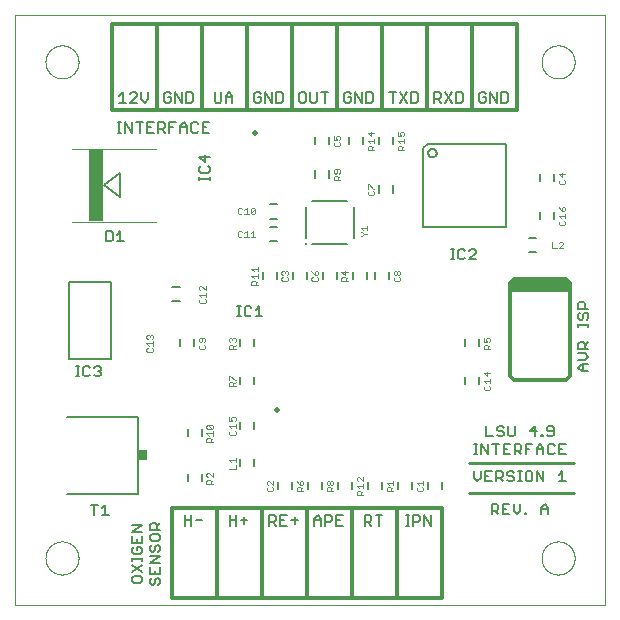
<source format=gto>
G75*
%MOIN*%
%OFA0B0*%
%FSLAX25Y25*%
%IPPOS*%
%LPD*%
%AMOC8*
5,1,8,0,0,1.08239X$1,22.5*
%
%ADD10C,0.00000*%
%ADD11C,0.00600*%
%ADD12C,0.01200*%
%ADD13C,0.01000*%
%ADD14C,0.00300*%
%ADD15C,0.00800*%
%ADD16R,0.03000X0.03400*%
%ADD17C,0.00400*%
%ADD18R,0.04921X0.24409*%
%ADD19C,0.02000*%
%ADD20C,0.00500*%
%ADD21C,0.01000*%
D10*
X0011800Y0016800D02*
X0011800Y0213650D01*
X0208650Y0213650D01*
X0208650Y0016800D01*
X0011800Y0016800D01*
X0022036Y0032548D02*
X0022038Y0032696D01*
X0022044Y0032844D01*
X0022054Y0032992D01*
X0022068Y0033139D01*
X0022086Y0033286D01*
X0022107Y0033432D01*
X0022133Y0033578D01*
X0022163Y0033723D01*
X0022196Y0033867D01*
X0022234Y0034010D01*
X0022275Y0034152D01*
X0022320Y0034293D01*
X0022368Y0034433D01*
X0022421Y0034572D01*
X0022477Y0034709D01*
X0022537Y0034844D01*
X0022600Y0034978D01*
X0022667Y0035110D01*
X0022738Y0035240D01*
X0022812Y0035368D01*
X0022889Y0035494D01*
X0022970Y0035618D01*
X0023054Y0035740D01*
X0023141Y0035859D01*
X0023232Y0035976D01*
X0023326Y0036091D01*
X0023422Y0036203D01*
X0023522Y0036313D01*
X0023624Y0036419D01*
X0023730Y0036523D01*
X0023838Y0036624D01*
X0023949Y0036722D01*
X0024062Y0036818D01*
X0024178Y0036910D01*
X0024296Y0036999D01*
X0024417Y0037084D01*
X0024540Y0037167D01*
X0024665Y0037246D01*
X0024792Y0037322D01*
X0024921Y0037394D01*
X0025052Y0037463D01*
X0025185Y0037528D01*
X0025320Y0037589D01*
X0025456Y0037647D01*
X0025593Y0037702D01*
X0025732Y0037752D01*
X0025873Y0037799D01*
X0026014Y0037842D01*
X0026157Y0037882D01*
X0026301Y0037917D01*
X0026445Y0037949D01*
X0026591Y0037976D01*
X0026737Y0038000D01*
X0026884Y0038020D01*
X0027031Y0038036D01*
X0027178Y0038048D01*
X0027326Y0038056D01*
X0027474Y0038060D01*
X0027622Y0038060D01*
X0027770Y0038056D01*
X0027918Y0038048D01*
X0028065Y0038036D01*
X0028212Y0038020D01*
X0028359Y0038000D01*
X0028505Y0037976D01*
X0028651Y0037949D01*
X0028795Y0037917D01*
X0028939Y0037882D01*
X0029082Y0037842D01*
X0029223Y0037799D01*
X0029364Y0037752D01*
X0029503Y0037702D01*
X0029640Y0037647D01*
X0029776Y0037589D01*
X0029911Y0037528D01*
X0030044Y0037463D01*
X0030175Y0037394D01*
X0030304Y0037322D01*
X0030431Y0037246D01*
X0030556Y0037167D01*
X0030679Y0037084D01*
X0030800Y0036999D01*
X0030918Y0036910D01*
X0031034Y0036818D01*
X0031147Y0036722D01*
X0031258Y0036624D01*
X0031366Y0036523D01*
X0031472Y0036419D01*
X0031574Y0036313D01*
X0031674Y0036203D01*
X0031770Y0036091D01*
X0031864Y0035976D01*
X0031955Y0035859D01*
X0032042Y0035740D01*
X0032126Y0035618D01*
X0032207Y0035494D01*
X0032284Y0035368D01*
X0032358Y0035240D01*
X0032429Y0035110D01*
X0032496Y0034978D01*
X0032559Y0034844D01*
X0032619Y0034709D01*
X0032675Y0034572D01*
X0032728Y0034433D01*
X0032776Y0034293D01*
X0032821Y0034152D01*
X0032862Y0034010D01*
X0032900Y0033867D01*
X0032933Y0033723D01*
X0032963Y0033578D01*
X0032989Y0033432D01*
X0033010Y0033286D01*
X0033028Y0033139D01*
X0033042Y0032992D01*
X0033052Y0032844D01*
X0033058Y0032696D01*
X0033060Y0032548D01*
X0033058Y0032400D01*
X0033052Y0032252D01*
X0033042Y0032104D01*
X0033028Y0031957D01*
X0033010Y0031810D01*
X0032989Y0031664D01*
X0032963Y0031518D01*
X0032933Y0031373D01*
X0032900Y0031229D01*
X0032862Y0031086D01*
X0032821Y0030944D01*
X0032776Y0030803D01*
X0032728Y0030663D01*
X0032675Y0030524D01*
X0032619Y0030387D01*
X0032559Y0030252D01*
X0032496Y0030118D01*
X0032429Y0029986D01*
X0032358Y0029856D01*
X0032284Y0029728D01*
X0032207Y0029602D01*
X0032126Y0029478D01*
X0032042Y0029356D01*
X0031955Y0029237D01*
X0031864Y0029120D01*
X0031770Y0029005D01*
X0031674Y0028893D01*
X0031574Y0028783D01*
X0031472Y0028677D01*
X0031366Y0028573D01*
X0031258Y0028472D01*
X0031147Y0028374D01*
X0031034Y0028278D01*
X0030918Y0028186D01*
X0030800Y0028097D01*
X0030679Y0028012D01*
X0030556Y0027929D01*
X0030431Y0027850D01*
X0030304Y0027774D01*
X0030175Y0027702D01*
X0030044Y0027633D01*
X0029911Y0027568D01*
X0029776Y0027507D01*
X0029640Y0027449D01*
X0029503Y0027394D01*
X0029364Y0027344D01*
X0029223Y0027297D01*
X0029082Y0027254D01*
X0028939Y0027214D01*
X0028795Y0027179D01*
X0028651Y0027147D01*
X0028505Y0027120D01*
X0028359Y0027096D01*
X0028212Y0027076D01*
X0028065Y0027060D01*
X0027918Y0027048D01*
X0027770Y0027040D01*
X0027622Y0027036D01*
X0027474Y0027036D01*
X0027326Y0027040D01*
X0027178Y0027048D01*
X0027031Y0027060D01*
X0026884Y0027076D01*
X0026737Y0027096D01*
X0026591Y0027120D01*
X0026445Y0027147D01*
X0026301Y0027179D01*
X0026157Y0027214D01*
X0026014Y0027254D01*
X0025873Y0027297D01*
X0025732Y0027344D01*
X0025593Y0027394D01*
X0025456Y0027449D01*
X0025320Y0027507D01*
X0025185Y0027568D01*
X0025052Y0027633D01*
X0024921Y0027702D01*
X0024792Y0027774D01*
X0024665Y0027850D01*
X0024540Y0027929D01*
X0024417Y0028012D01*
X0024296Y0028097D01*
X0024178Y0028186D01*
X0024062Y0028278D01*
X0023949Y0028374D01*
X0023838Y0028472D01*
X0023730Y0028573D01*
X0023624Y0028677D01*
X0023522Y0028783D01*
X0023422Y0028893D01*
X0023326Y0029005D01*
X0023232Y0029120D01*
X0023141Y0029237D01*
X0023054Y0029356D01*
X0022970Y0029478D01*
X0022889Y0029602D01*
X0022812Y0029728D01*
X0022738Y0029856D01*
X0022667Y0029986D01*
X0022600Y0030118D01*
X0022537Y0030252D01*
X0022477Y0030387D01*
X0022421Y0030524D01*
X0022368Y0030663D01*
X0022320Y0030803D01*
X0022275Y0030944D01*
X0022234Y0031086D01*
X0022196Y0031229D01*
X0022163Y0031373D01*
X0022133Y0031518D01*
X0022107Y0031664D01*
X0022086Y0031810D01*
X0022068Y0031957D01*
X0022054Y0032104D01*
X0022044Y0032252D01*
X0022038Y0032400D01*
X0022036Y0032548D01*
X0022036Y0197902D02*
X0022038Y0198050D01*
X0022044Y0198198D01*
X0022054Y0198346D01*
X0022068Y0198493D01*
X0022086Y0198640D01*
X0022107Y0198786D01*
X0022133Y0198932D01*
X0022163Y0199077D01*
X0022196Y0199221D01*
X0022234Y0199364D01*
X0022275Y0199506D01*
X0022320Y0199647D01*
X0022368Y0199787D01*
X0022421Y0199926D01*
X0022477Y0200063D01*
X0022537Y0200198D01*
X0022600Y0200332D01*
X0022667Y0200464D01*
X0022738Y0200594D01*
X0022812Y0200722D01*
X0022889Y0200848D01*
X0022970Y0200972D01*
X0023054Y0201094D01*
X0023141Y0201213D01*
X0023232Y0201330D01*
X0023326Y0201445D01*
X0023422Y0201557D01*
X0023522Y0201667D01*
X0023624Y0201773D01*
X0023730Y0201877D01*
X0023838Y0201978D01*
X0023949Y0202076D01*
X0024062Y0202172D01*
X0024178Y0202264D01*
X0024296Y0202353D01*
X0024417Y0202438D01*
X0024540Y0202521D01*
X0024665Y0202600D01*
X0024792Y0202676D01*
X0024921Y0202748D01*
X0025052Y0202817D01*
X0025185Y0202882D01*
X0025320Y0202943D01*
X0025456Y0203001D01*
X0025593Y0203056D01*
X0025732Y0203106D01*
X0025873Y0203153D01*
X0026014Y0203196D01*
X0026157Y0203236D01*
X0026301Y0203271D01*
X0026445Y0203303D01*
X0026591Y0203330D01*
X0026737Y0203354D01*
X0026884Y0203374D01*
X0027031Y0203390D01*
X0027178Y0203402D01*
X0027326Y0203410D01*
X0027474Y0203414D01*
X0027622Y0203414D01*
X0027770Y0203410D01*
X0027918Y0203402D01*
X0028065Y0203390D01*
X0028212Y0203374D01*
X0028359Y0203354D01*
X0028505Y0203330D01*
X0028651Y0203303D01*
X0028795Y0203271D01*
X0028939Y0203236D01*
X0029082Y0203196D01*
X0029223Y0203153D01*
X0029364Y0203106D01*
X0029503Y0203056D01*
X0029640Y0203001D01*
X0029776Y0202943D01*
X0029911Y0202882D01*
X0030044Y0202817D01*
X0030175Y0202748D01*
X0030304Y0202676D01*
X0030431Y0202600D01*
X0030556Y0202521D01*
X0030679Y0202438D01*
X0030800Y0202353D01*
X0030918Y0202264D01*
X0031034Y0202172D01*
X0031147Y0202076D01*
X0031258Y0201978D01*
X0031366Y0201877D01*
X0031472Y0201773D01*
X0031574Y0201667D01*
X0031674Y0201557D01*
X0031770Y0201445D01*
X0031864Y0201330D01*
X0031955Y0201213D01*
X0032042Y0201094D01*
X0032126Y0200972D01*
X0032207Y0200848D01*
X0032284Y0200722D01*
X0032358Y0200594D01*
X0032429Y0200464D01*
X0032496Y0200332D01*
X0032559Y0200198D01*
X0032619Y0200063D01*
X0032675Y0199926D01*
X0032728Y0199787D01*
X0032776Y0199647D01*
X0032821Y0199506D01*
X0032862Y0199364D01*
X0032900Y0199221D01*
X0032933Y0199077D01*
X0032963Y0198932D01*
X0032989Y0198786D01*
X0033010Y0198640D01*
X0033028Y0198493D01*
X0033042Y0198346D01*
X0033052Y0198198D01*
X0033058Y0198050D01*
X0033060Y0197902D01*
X0033058Y0197754D01*
X0033052Y0197606D01*
X0033042Y0197458D01*
X0033028Y0197311D01*
X0033010Y0197164D01*
X0032989Y0197018D01*
X0032963Y0196872D01*
X0032933Y0196727D01*
X0032900Y0196583D01*
X0032862Y0196440D01*
X0032821Y0196298D01*
X0032776Y0196157D01*
X0032728Y0196017D01*
X0032675Y0195878D01*
X0032619Y0195741D01*
X0032559Y0195606D01*
X0032496Y0195472D01*
X0032429Y0195340D01*
X0032358Y0195210D01*
X0032284Y0195082D01*
X0032207Y0194956D01*
X0032126Y0194832D01*
X0032042Y0194710D01*
X0031955Y0194591D01*
X0031864Y0194474D01*
X0031770Y0194359D01*
X0031674Y0194247D01*
X0031574Y0194137D01*
X0031472Y0194031D01*
X0031366Y0193927D01*
X0031258Y0193826D01*
X0031147Y0193728D01*
X0031034Y0193632D01*
X0030918Y0193540D01*
X0030800Y0193451D01*
X0030679Y0193366D01*
X0030556Y0193283D01*
X0030431Y0193204D01*
X0030304Y0193128D01*
X0030175Y0193056D01*
X0030044Y0192987D01*
X0029911Y0192922D01*
X0029776Y0192861D01*
X0029640Y0192803D01*
X0029503Y0192748D01*
X0029364Y0192698D01*
X0029223Y0192651D01*
X0029082Y0192608D01*
X0028939Y0192568D01*
X0028795Y0192533D01*
X0028651Y0192501D01*
X0028505Y0192474D01*
X0028359Y0192450D01*
X0028212Y0192430D01*
X0028065Y0192414D01*
X0027918Y0192402D01*
X0027770Y0192394D01*
X0027622Y0192390D01*
X0027474Y0192390D01*
X0027326Y0192394D01*
X0027178Y0192402D01*
X0027031Y0192414D01*
X0026884Y0192430D01*
X0026737Y0192450D01*
X0026591Y0192474D01*
X0026445Y0192501D01*
X0026301Y0192533D01*
X0026157Y0192568D01*
X0026014Y0192608D01*
X0025873Y0192651D01*
X0025732Y0192698D01*
X0025593Y0192748D01*
X0025456Y0192803D01*
X0025320Y0192861D01*
X0025185Y0192922D01*
X0025052Y0192987D01*
X0024921Y0193056D01*
X0024792Y0193128D01*
X0024665Y0193204D01*
X0024540Y0193283D01*
X0024417Y0193366D01*
X0024296Y0193451D01*
X0024178Y0193540D01*
X0024062Y0193632D01*
X0023949Y0193728D01*
X0023838Y0193826D01*
X0023730Y0193927D01*
X0023624Y0194031D01*
X0023522Y0194137D01*
X0023422Y0194247D01*
X0023326Y0194359D01*
X0023232Y0194474D01*
X0023141Y0194591D01*
X0023054Y0194710D01*
X0022970Y0194832D01*
X0022889Y0194956D01*
X0022812Y0195082D01*
X0022738Y0195210D01*
X0022667Y0195340D01*
X0022600Y0195472D01*
X0022537Y0195606D01*
X0022477Y0195741D01*
X0022421Y0195878D01*
X0022368Y0196017D01*
X0022320Y0196157D01*
X0022275Y0196298D01*
X0022234Y0196440D01*
X0022196Y0196583D01*
X0022163Y0196727D01*
X0022133Y0196872D01*
X0022107Y0197018D01*
X0022086Y0197164D01*
X0022068Y0197311D01*
X0022054Y0197458D01*
X0022044Y0197606D01*
X0022038Y0197754D01*
X0022036Y0197902D01*
X0187390Y0197902D02*
X0187392Y0198050D01*
X0187398Y0198198D01*
X0187408Y0198346D01*
X0187422Y0198493D01*
X0187440Y0198640D01*
X0187461Y0198786D01*
X0187487Y0198932D01*
X0187517Y0199077D01*
X0187550Y0199221D01*
X0187588Y0199364D01*
X0187629Y0199506D01*
X0187674Y0199647D01*
X0187722Y0199787D01*
X0187775Y0199926D01*
X0187831Y0200063D01*
X0187891Y0200198D01*
X0187954Y0200332D01*
X0188021Y0200464D01*
X0188092Y0200594D01*
X0188166Y0200722D01*
X0188243Y0200848D01*
X0188324Y0200972D01*
X0188408Y0201094D01*
X0188495Y0201213D01*
X0188586Y0201330D01*
X0188680Y0201445D01*
X0188776Y0201557D01*
X0188876Y0201667D01*
X0188978Y0201773D01*
X0189084Y0201877D01*
X0189192Y0201978D01*
X0189303Y0202076D01*
X0189416Y0202172D01*
X0189532Y0202264D01*
X0189650Y0202353D01*
X0189771Y0202438D01*
X0189894Y0202521D01*
X0190019Y0202600D01*
X0190146Y0202676D01*
X0190275Y0202748D01*
X0190406Y0202817D01*
X0190539Y0202882D01*
X0190674Y0202943D01*
X0190810Y0203001D01*
X0190947Y0203056D01*
X0191086Y0203106D01*
X0191227Y0203153D01*
X0191368Y0203196D01*
X0191511Y0203236D01*
X0191655Y0203271D01*
X0191799Y0203303D01*
X0191945Y0203330D01*
X0192091Y0203354D01*
X0192238Y0203374D01*
X0192385Y0203390D01*
X0192532Y0203402D01*
X0192680Y0203410D01*
X0192828Y0203414D01*
X0192976Y0203414D01*
X0193124Y0203410D01*
X0193272Y0203402D01*
X0193419Y0203390D01*
X0193566Y0203374D01*
X0193713Y0203354D01*
X0193859Y0203330D01*
X0194005Y0203303D01*
X0194149Y0203271D01*
X0194293Y0203236D01*
X0194436Y0203196D01*
X0194577Y0203153D01*
X0194718Y0203106D01*
X0194857Y0203056D01*
X0194994Y0203001D01*
X0195130Y0202943D01*
X0195265Y0202882D01*
X0195398Y0202817D01*
X0195529Y0202748D01*
X0195658Y0202676D01*
X0195785Y0202600D01*
X0195910Y0202521D01*
X0196033Y0202438D01*
X0196154Y0202353D01*
X0196272Y0202264D01*
X0196388Y0202172D01*
X0196501Y0202076D01*
X0196612Y0201978D01*
X0196720Y0201877D01*
X0196826Y0201773D01*
X0196928Y0201667D01*
X0197028Y0201557D01*
X0197124Y0201445D01*
X0197218Y0201330D01*
X0197309Y0201213D01*
X0197396Y0201094D01*
X0197480Y0200972D01*
X0197561Y0200848D01*
X0197638Y0200722D01*
X0197712Y0200594D01*
X0197783Y0200464D01*
X0197850Y0200332D01*
X0197913Y0200198D01*
X0197973Y0200063D01*
X0198029Y0199926D01*
X0198082Y0199787D01*
X0198130Y0199647D01*
X0198175Y0199506D01*
X0198216Y0199364D01*
X0198254Y0199221D01*
X0198287Y0199077D01*
X0198317Y0198932D01*
X0198343Y0198786D01*
X0198364Y0198640D01*
X0198382Y0198493D01*
X0198396Y0198346D01*
X0198406Y0198198D01*
X0198412Y0198050D01*
X0198414Y0197902D01*
X0198412Y0197754D01*
X0198406Y0197606D01*
X0198396Y0197458D01*
X0198382Y0197311D01*
X0198364Y0197164D01*
X0198343Y0197018D01*
X0198317Y0196872D01*
X0198287Y0196727D01*
X0198254Y0196583D01*
X0198216Y0196440D01*
X0198175Y0196298D01*
X0198130Y0196157D01*
X0198082Y0196017D01*
X0198029Y0195878D01*
X0197973Y0195741D01*
X0197913Y0195606D01*
X0197850Y0195472D01*
X0197783Y0195340D01*
X0197712Y0195210D01*
X0197638Y0195082D01*
X0197561Y0194956D01*
X0197480Y0194832D01*
X0197396Y0194710D01*
X0197309Y0194591D01*
X0197218Y0194474D01*
X0197124Y0194359D01*
X0197028Y0194247D01*
X0196928Y0194137D01*
X0196826Y0194031D01*
X0196720Y0193927D01*
X0196612Y0193826D01*
X0196501Y0193728D01*
X0196388Y0193632D01*
X0196272Y0193540D01*
X0196154Y0193451D01*
X0196033Y0193366D01*
X0195910Y0193283D01*
X0195785Y0193204D01*
X0195658Y0193128D01*
X0195529Y0193056D01*
X0195398Y0192987D01*
X0195265Y0192922D01*
X0195130Y0192861D01*
X0194994Y0192803D01*
X0194857Y0192748D01*
X0194718Y0192698D01*
X0194577Y0192651D01*
X0194436Y0192608D01*
X0194293Y0192568D01*
X0194149Y0192533D01*
X0194005Y0192501D01*
X0193859Y0192474D01*
X0193713Y0192450D01*
X0193566Y0192430D01*
X0193419Y0192414D01*
X0193272Y0192402D01*
X0193124Y0192394D01*
X0192976Y0192390D01*
X0192828Y0192390D01*
X0192680Y0192394D01*
X0192532Y0192402D01*
X0192385Y0192414D01*
X0192238Y0192430D01*
X0192091Y0192450D01*
X0191945Y0192474D01*
X0191799Y0192501D01*
X0191655Y0192533D01*
X0191511Y0192568D01*
X0191368Y0192608D01*
X0191227Y0192651D01*
X0191086Y0192698D01*
X0190947Y0192748D01*
X0190810Y0192803D01*
X0190674Y0192861D01*
X0190539Y0192922D01*
X0190406Y0192987D01*
X0190275Y0193056D01*
X0190146Y0193128D01*
X0190019Y0193204D01*
X0189894Y0193283D01*
X0189771Y0193366D01*
X0189650Y0193451D01*
X0189532Y0193540D01*
X0189416Y0193632D01*
X0189303Y0193728D01*
X0189192Y0193826D01*
X0189084Y0193927D01*
X0188978Y0194031D01*
X0188876Y0194137D01*
X0188776Y0194247D01*
X0188680Y0194359D01*
X0188586Y0194474D01*
X0188495Y0194591D01*
X0188408Y0194710D01*
X0188324Y0194832D01*
X0188243Y0194956D01*
X0188166Y0195082D01*
X0188092Y0195210D01*
X0188021Y0195340D01*
X0187954Y0195472D01*
X0187891Y0195606D01*
X0187831Y0195741D01*
X0187775Y0195878D01*
X0187722Y0196017D01*
X0187674Y0196157D01*
X0187629Y0196298D01*
X0187588Y0196440D01*
X0187550Y0196583D01*
X0187517Y0196727D01*
X0187487Y0196872D01*
X0187461Y0197018D01*
X0187440Y0197164D01*
X0187422Y0197311D01*
X0187408Y0197458D01*
X0187398Y0197606D01*
X0187392Y0197754D01*
X0187390Y0197902D01*
X0187390Y0032548D02*
X0187392Y0032696D01*
X0187398Y0032844D01*
X0187408Y0032992D01*
X0187422Y0033139D01*
X0187440Y0033286D01*
X0187461Y0033432D01*
X0187487Y0033578D01*
X0187517Y0033723D01*
X0187550Y0033867D01*
X0187588Y0034010D01*
X0187629Y0034152D01*
X0187674Y0034293D01*
X0187722Y0034433D01*
X0187775Y0034572D01*
X0187831Y0034709D01*
X0187891Y0034844D01*
X0187954Y0034978D01*
X0188021Y0035110D01*
X0188092Y0035240D01*
X0188166Y0035368D01*
X0188243Y0035494D01*
X0188324Y0035618D01*
X0188408Y0035740D01*
X0188495Y0035859D01*
X0188586Y0035976D01*
X0188680Y0036091D01*
X0188776Y0036203D01*
X0188876Y0036313D01*
X0188978Y0036419D01*
X0189084Y0036523D01*
X0189192Y0036624D01*
X0189303Y0036722D01*
X0189416Y0036818D01*
X0189532Y0036910D01*
X0189650Y0036999D01*
X0189771Y0037084D01*
X0189894Y0037167D01*
X0190019Y0037246D01*
X0190146Y0037322D01*
X0190275Y0037394D01*
X0190406Y0037463D01*
X0190539Y0037528D01*
X0190674Y0037589D01*
X0190810Y0037647D01*
X0190947Y0037702D01*
X0191086Y0037752D01*
X0191227Y0037799D01*
X0191368Y0037842D01*
X0191511Y0037882D01*
X0191655Y0037917D01*
X0191799Y0037949D01*
X0191945Y0037976D01*
X0192091Y0038000D01*
X0192238Y0038020D01*
X0192385Y0038036D01*
X0192532Y0038048D01*
X0192680Y0038056D01*
X0192828Y0038060D01*
X0192976Y0038060D01*
X0193124Y0038056D01*
X0193272Y0038048D01*
X0193419Y0038036D01*
X0193566Y0038020D01*
X0193713Y0038000D01*
X0193859Y0037976D01*
X0194005Y0037949D01*
X0194149Y0037917D01*
X0194293Y0037882D01*
X0194436Y0037842D01*
X0194577Y0037799D01*
X0194718Y0037752D01*
X0194857Y0037702D01*
X0194994Y0037647D01*
X0195130Y0037589D01*
X0195265Y0037528D01*
X0195398Y0037463D01*
X0195529Y0037394D01*
X0195658Y0037322D01*
X0195785Y0037246D01*
X0195910Y0037167D01*
X0196033Y0037084D01*
X0196154Y0036999D01*
X0196272Y0036910D01*
X0196388Y0036818D01*
X0196501Y0036722D01*
X0196612Y0036624D01*
X0196720Y0036523D01*
X0196826Y0036419D01*
X0196928Y0036313D01*
X0197028Y0036203D01*
X0197124Y0036091D01*
X0197218Y0035976D01*
X0197309Y0035859D01*
X0197396Y0035740D01*
X0197480Y0035618D01*
X0197561Y0035494D01*
X0197638Y0035368D01*
X0197712Y0035240D01*
X0197783Y0035110D01*
X0197850Y0034978D01*
X0197913Y0034844D01*
X0197973Y0034709D01*
X0198029Y0034572D01*
X0198082Y0034433D01*
X0198130Y0034293D01*
X0198175Y0034152D01*
X0198216Y0034010D01*
X0198254Y0033867D01*
X0198287Y0033723D01*
X0198317Y0033578D01*
X0198343Y0033432D01*
X0198364Y0033286D01*
X0198382Y0033139D01*
X0198396Y0032992D01*
X0198406Y0032844D01*
X0198412Y0032696D01*
X0198414Y0032548D01*
X0198412Y0032400D01*
X0198406Y0032252D01*
X0198396Y0032104D01*
X0198382Y0031957D01*
X0198364Y0031810D01*
X0198343Y0031664D01*
X0198317Y0031518D01*
X0198287Y0031373D01*
X0198254Y0031229D01*
X0198216Y0031086D01*
X0198175Y0030944D01*
X0198130Y0030803D01*
X0198082Y0030663D01*
X0198029Y0030524D01*
X0197973Y0030387D01*
X0197913Y0030252D01*
X0197850Y0030118D01*
X0197783Y0029986D01*
X0197712Y0029856D01*
X0197638Y0029728D01*
X0197561Y0029602D01*
X0197480Y0029478D01*
X0197396Y0029356D01*
X0197309Y0029237D01*
X0197218Y0029120D01*
X0197124Y0029005D01*
X0197028Y0028893D01*
X0196928Y0028783D01*
X0196826Y0028677D01*
X0196720Y0028573D01*
X0196612Y0028472D01*
X0196501Y0028374D01*
X0196388Y0028278D01*
X0196272Y0028186D01*
X0196154Y0028097D01*
X0196033Y0028012D01*
X0195910Y0027929D01*
X0195785Y0027850D01*
X0195658Y0027774D01*
X0195529Y0027702D01*
X0195398Y0027633D01*
X0195265Y0027568D01*
X0195130Y0027507D01*
X0194994Y0027449D01*
X0194857Y0027394D01*
X0194718Y0027344D01*
X0194577Y0027297D01*
X0194436Y0027254D01*
X0194293Y0027214D01*
X0194149Y0027179D01*
X0194005Y0027147D01*
X0193859Y0027120D01*
X0193713Y0027096D01*
X0193566Y0027076D01*
X0193419Y0027060D01*
X0193272Y0027048D01*
X0193124Y0027040D01*
X0192976Y0027036D01*
X0192828Y0027036D01*
X0192680Y0027040D01*
X0192532Y0027048D01*
X0192385Y0027060D01*
X0192238Y0027076D01*
X0192091Y0027096D01*
X0191945Y0027120D01*
X0191799Y0027147D01*
X0191655Y0027179D01*
X0191511Y0027214D01*
X0191368Y0027254D01*
X0191227Y0027297D01*
X0191086Y0027344D01*
X0190947Y0027394D01*
X0190810Y0027449D01*
X0190674Y0027507D01*
X0190539Y0027568D01*
X0190406Y0027633D01*
X0190275Y0027702D01*
X0190146Y0027774D01*
X0190019Y0027850D01*
X0189894Y0027929D01*
X0189771Y0028012D01*
X0189650Y0028097D01*
X0189532Y0028186D01*
X0189416Y0028278D01*
X0189303Y0028374D01*
X0189192Y0028472D01*
X0189084Y0028573D01*
X0188978Y0028677D01*
X0188876Y0028783D01*
X0188776Y0028893D01*
X0188680Y0029005D01*
X0188586Y0029120D01*
X0188495Y0029237D01*
X0188408Y0029356D01*
X0188324Y0029478D01*
X0188243Y0029602D01*
X0188166Y0029728D01*
X0188092Y0029856D01*
X0188021Y0029986D01*
X0187954Y0030118D01*
X0187891Y0030252D01*
X0187831Y0030387D01*
X0187775Y0030524D01*
X0187722Y0030663D01*
X0187674Y0030803D01*
X0187629Y0030944D01*
X0187588Y0031086D01*
X0187550Y0031229D01*
X0187517Y0031373D01*
X0187487Y0031518D01*
X0187461Y0031664D01*
X0187440Y0031810D01*
X0187422Y0031957D01*
X0187408Y0032104D01*
X0187398Y0032252D01*
X0187392Y0032400D01*
X0187390Y0032548D01*
D11*
X0187295Y0047100D02*
X0187295Y0049369D01*
X0188430Y0050503D01*
X0189564Y0049369D01*
X0189564Y0047100D01*
X0189564Y0048801D02*
X0187295Y0048801D01*
X0182338Y0047667D02*
X0182338Y0047100D01*
X0181771Y0047100D01*
X0181771Y0047667D01*
X0182338Y0047667D01*
X0180356Y0048234D02*
X0180356Y0050503D01*
X0178088Y0050503D02*
X0178088Y0048234D01*
X0179222Y0047100D01*
X0180356Y0048234D01*
X0176673Y0047100D02*
X0174404Y0047100D01*
X0174404Y0050503D01*
X0176673Y0050503D01*
X0175539Y0048801D02*
X0174404Y0048801D01*
X0172990Y0048801D02*
X0172423Y0048234D01*
X0170721Y0048234D01*
X0170721Y0047100D02*
X0170721Y0050503D01*
X0172423Y0050503D01*
X0172990Y0049936D01*
X0172990Y0048801D01*
X0171856Y0048234D02*
X0172990Y0047100D01*
X0172256Y0058100D02*
X0172256Y0061503D01*
X0173957Y0061503D01*
X0174525Y0060936D01*
X0174525Y0059801D01*
X0173957Y0059234D01*
X0172256Y0059234D01*
X0173390Y0059234D02*
X0174525Y0058100D01*
X0175939Y0058667D02*
X0176506Y0058100D01*
X0177641Y0058100D01*
X0178208Y0058667D01*
X0178208Y0059234D01*
X0177641Y0059801D01*
X0176506Y0059801D01*
X0175939Y0060369D01*
X0175939Y0060936D01*
X0176506Y0061503D01*
X0177641Y0061503D01*
X0178208Y0060936D01*
X0179622Y0061503D02*
X0180757Y0061503D01*
X0180189Y0061503D02*
X0180189Y0058100D01*
X0179622Y0058100D02*
X0180757Y0058100D01*
X0182078Y0058667D02*
X0182645Y0058100D01*
X0183779Y0058100D01*
X0184346Y0058667D01*
X0184346Y0060936D01*
X0183779Y0061503D01*
X0182645Y0061503D01*
X0182078Y0060936D01*
X0182078Y0058667D01*
X0185761Y0058100D02*
X0185761Y0061503D01*
X0188029Y0058100D01*
X0188029Y0061503D01*
X0193127Y0060369D02*
X0194261Y0061503D01*
X0194261Y0058100D01*
X0193127Y0058100D02*
X0195396Y0058100D01*
X0195396Y0067100D02*
X0193127Y0067100D01*
X0193127Y0070503D01*
X0195396Y0070503D01*
X0194261Y0068801D02*
X0193127Y0068801D01*
X0191713Y0067667D02*
X0191145Y0067100D01*
X0190011Y0067100D01*
X0189444Y0067667D01*
X0189444Y0069936D01*
X0190011Y0070503D01*
X0191145Y0070503D01*
X0191713Y0069936D01*
X0190839Y0073100D02*
X0189704Y0073100D01*
X0189137Y0073667D01*
X0189704Y0074801D02*
X0191406Y0074801D01*
X0191406Y0073667D02*
X0191406Y0075936D01*
X0190839Y0076503D01*
X0189704Y0076503D01*
X0189137Y0075936D01*
X0189137Y0075369D01*
X0189704Y0074801D01*
X0190839Y0073100D02*
X0191406Y0073667D01*
X0187863Y0073667D02*
X0187863Y0073100D01*
X0187295Y0073100D01*
X0187295Y0073667D01*
X0187863Y0073667D01*
X0185881Y0074801D02*
X0183612Y0074801D01*
X0185314Y0076503D01*
X0185314Y0073100D01*
X0184346Y0070503D02*
X0182078Y0070503D01*
X0182078Y0067100D01*
X0180663Y0067100D02*
X0179529Y0068234D01*
X0180096Y0068234D02*
X0178395Y0068234D01*
X0178395Y0067100D02*
X0178395Y0070503D01*
X0180096Y0070503D01*
X0180663Y0069936D01*
X0180663Y0068801D01*
X0180096Y0068234D01*
X0182078Y0068801D02*
X0183212Y0068801D01*
X0185761Y0068801D02*
X0188029Y0068801D01*
X0188029Y0069369D02*
X0188029Y0067100D01*
X0185761Y0067100D02*
X0185761Y0069369D01*
X0186895Y0070503D01*
X0188029Y0069369D01*
X0178515Y0073667D02*
X0178515Y0076503D01*
X0176246Y0076503D02*
X0176246Y0073667D01*
X0176813Y0073100D01*
X0177948Y0073100D01*
X0178515Y0073667D01*
X0176980Y0070503D02*
X0174711Y0070503D01*
X0174711Y0067100D01*
X0176980Y0067100D01*
X0175846Y0068801D02*
X0174711Y0068801D01*
X0173297Y0070503D02*
X0171028Y0070503D01*
X0172163Y0070503D02*
X0172163Y0067100D01*
X0169614Y0067100D02*
X0169614Y0070503D01*
X0167345Y0070503D02*
X0167345Y0067100D01*
X0166024Y0067100D02*
X0164890Y0067100D01*
X0165457Y0067100D02*
X0165457Y0070503D01*
X0164890Y0070503D02*
X0166024Y0070503D01*
X0167345Y0070503D02*
X0169614Y0067100D01*
X0168880Y0073100D02*
X0171148Y0073100D01*
X0172563Y0073667D02*
X0173130Y0073100D01*
X0174264Y0073100D01*
X0174832Y0073667D01*
X0174832Y0074234D01*
X0174264Y0074801D01*
X0173130Y0074801D01*
X0172563Y0075369D01*
X0172563Y0075936D01*
X0173130Y0076503D01*
X0174264Y0076503D01*
X0174832Y0075936D01*
X0168880Y0076503D02*
X0168880Y0073100D01*
X0168573Y0061503D02*
X0168573Y0058100D01*
X0170841Y0058100D01*
X0169707Y0059801D02*
X0168573Y0059801D01*
X0167158Y0059234D02*
X0166024Y0058100D01*
X0164890Y0059234D01*
X0164890Y0061503D01*
X0167158Y0061503D02*
X0167158Y0059234D01*
X0168573Y0061503D02*
X0170841Y0061503D01*
X0154162Y0057981D02*
X0154162Y0055619D01*
X0149438Y0055619D02*
X0149438Y0057981D01*
X0144162Y0057981D02*
X0144162Y0055619D01*
X0139438Y0055619D02*
X0139438Y0057981D01*
X0134162Y0057981D02*
X0134162Y0055619D01*
X0129438Y0055619D02*
X0129438Y0057981D01*
X0124162Y0057981D02*
X0124162Y0055619D01*
X0119438Y0055619D02*
X0119438Y0057981D01*
X0114162Y0057981D02*
X0114162Y0055619D01*
X0109438Y0055619D02*
X0109438Y0057981D01*
X0104162Y0057981D02*
X0104162Y0055619D01*
X0099438Y0055619D02*
X0099438Y0057981D01*
X0091662Y0063119D02*
X0091662Y0065481D01*
X0086938Y0065481D02*
X0086938Y0063119D01*
X0086938Y0075619D02*
X0086938Y0077981D01*
X0091662Y0077981D02*
X0091662Y0075619D01*
X0091662Y0090619D02*
X0091662Y0092981D01*
X0086938Y0092981D02*
X0086938Y0090619D01*
X0086938Y0103119D02*
X0086938Y0105481D01*
X0091662Y0105481D02*
X0091662Y0103119D01*
X0092078Y0113100D02*
X0094346Y0113100D01*
X0093212Y0113100D02*
X0093212Y0116503D01*
X0092078Y0115369D01*
X0090663Y0115936D02*
X0090096Y0116503D01*
X0088962Y0116503D01*
X0088395Y0115936D01*
X0088395Y0113667D01*
X0088962Y0113100D01*
X0090096Y0113100D01*
X0090663Y0113667D01*
X0087073Y0113100D02*
X0085939Y0113100D01*
X0086506Y0113100D02*
X0086506Y0116503D01*
X0085939Y0116503D02*
X0087073Y0116503D01*
X0094438Y0125619D02*
X0094438Y0127981D01*
X0099162Y0127981D02*
X0099162Y0125619D01*
X0104438Y0125619D02*
X0104438Y0127981D01*
X0109162Y0127981D02*
X0109162Y0125619D01*
X0114438Y0125619D02*
X0114438Y0127981D01*
X0119162Y0127981D02*
X0119162Y0125619D01*
X0124438Y0125619D02*
X0124438Y0127981D01*
X0129162Y0127981D02*
X0129162Y0125619D01*
X0131938Y0125619D02*
X0131938Y0127981D01*
X0136662Y0127981D02*
X0136662Y0125619D01*
X0148001Y0143001D02*
X0148001Y0169202D01*
X0149398Y0170599D01*
X0175599Y0170599D01*
X0175599Y0143001D01*
X0148001Y0143001D01*
X0157189Y0135503D02*
X0158323Y0135503D01*
X0157756Y0135503D02*
X0157756Y0132100D01*
X0157189Y0132100D02*
X0158323Y0132100D01*
X0159645Y0132667D02*
X0159645Y0134936D01*
X0160212Y0135503D01*
X0161346Y0135503D01*
X0161913Y0134936D01*
X0163328Y0134936D02*
X0163895Y0135503D01*
X0165029Y0135503D01*
X0165596Y0134936D01*
X0165596Y0134369D01*
X0163328Y0132100D01*
X0165596Y0132100D01*
X0161913Y0132667D02*
X0161346Y0132100D01*
X0160212Y0132100D01*
X0159645Y0132667D01*
X0183119Y0134438D02*
X0185481Y0134438D01*
X0185481Y0139162D02*
X0183119Y0139162D01*
X0186938Y0145619D02*
X0186938Y0147981D01*
X0191662Y0147981D02*
X0191662Y0145619D01*
X0191662Y0158119D02*
X0191662Y0160481D01*
X0186938Y0160481D02*
X0186938Y0158119D01*
X0175643Y0184350D02*
X0173942Y0184350D01*
X0173942Y0187753D01*
X0175643Y0187753D01*
X0176210Y0187186D01*
X0176210Y0184917D01*
X0175643Y0184350D01*
X0172527Y0184350D02*
X0172527Y0187753D01*
X0170258Y0187753D02*
X0170258Y0184350D01*
X0168844Y0184917D02*
X0168844Y0186051D01*
X0167710Y0186051D01*
X0168844Y0184917D02*
X0168277Y0184350D01*
X0167142Y0184350D01*
X0166575Y0184917D01*
X0166575Y0187186D01*
X0167142Y0187753D01*
X0168277Y0187753D01*
X0168844Y0187186D01*
X0170258Y0187753D02*
X0172527Y0184350D01*
X0161210Y0184917D02*
X0161210Y0187186D01*
X0160643Y0187753D01*
X0158942Y0187753D01*
X0158942Y0184350D01*
X0160643Y0184350D01*
X0161210Y0184917D01*
X0157527Y0184350D02*
X0155258Y0187753D01*
X0153844Y0187186D02*
X0153844Y0186051D01*
X0153277Y0185484D01*
X0151575Y0185484D01*
X0151575Y0184350D02*
X0151575Y0187753D01*
X0153277Y0187753D01*
X0153844Y0187186D01*
X0152710Y0185484D02*
X0153844Y0184350D01*
X0155258Y0184350D02*
X0157527Y0187753D01*
X0146210Y0187186D02*
X0146210Y0184917D01*
X0145643Y0184350D01*
X0143942Y0184350D01*
X0143942Y0187753D01*
X0145643Y0187753D01*
X0146210Y0187186D01*
X0142527Y0187753D02*
X0140258Y0184350D01*
X0142527Y0184350D02*
X0140258Y0187753D01*
X0138844Y0187753D02*
X0136575Y0187753D01*
X0137710Y0187753D02*
X0137710Y0184350D01*
X0131210Y0184917D02*
X0131210Y0187186D01*
X0130643Y0187753D01*
X0128942Y0187753D01*
X0128942Y0184350D01*
X0130643Y0184350D01*
X0131210Y0184917D01*
X0127527Y0184350D02*
X0127527Y0187753D01*
X0125258Y0187753D02*
X0125258Y0184350D01*
X0123844Y0184917D02*
X0123844Y0186051D01*
X0122710Y0186051D01*
X0123844Y0184917D02*
X0123277Y0184350D01*
X0122142Y0184350D01*
X0121575Y0184917D01*
X0121575Y0187186D01*
X0122142Y0187753D01*
X0123277Y0187753D01*
X0123844Y0187186D01*
X0125258Y0187753D02*
X0127527Y0184350D01*
X0127912Y0172981D02*
X0127912Y0170619D01*
X0123188Y0170619D02*
X0123188Y0172981D01*
X0116662Y0172981D02*
X0116662Y0170619D01*
X0111938Y0170619D02*
X0111938Y0172981D01*
X0111938Y0161731D02*
X0111938Y0159369D01*
X0116662Y0159369D02*
X0116662Y0161731D01*
X0133188Y0156731D02*
X0133188Y0154369D01*
X0137912Y0154369D02*
X0137912Y0156731D01*
X0137912Y0170619D02*
X0137912Y0172981D01*
X0133188Y0172981D02*
X0133188Y0170619D01*
X0149586Y0167600D02*
X0149588Y0167675D01*
X0149594Y0167749D01*
X0149604Y0167823D01*
X0149617Y0167896D01*
X0149635Y0167969D01*
X0149656Y0168040D01*
X0149681Y0168111D01*
X0149710Y0168180D01*
X0149743Y0168247D01*
X0149779Y0168312D01*
X0149818Y0168376D01*
X0149860Y0168437D01*
X0149906Y0168496D01*
X0149955Y0168553D01*
X0150007Y0168606D01*
X0150061Y0168657D01*
X0150118Y0168706D01*
X0150178Y0168750D01*
X0150240Y0168792D01*
X0150304Y0168831D01*
X0150370Y0168866D01*
X0150437Y0168897D01*
X0150507Y0168925D01*
X0150577Y0168949D01*
X0150649Y0168970D01*
X0150722Y0168986D01*
X0150795Y0168999D01*
X0150870Y0169008D01*
X0150944Y0169013D01*
X0151019Y0169014D01*
X0151093Y0169011D01*
X0151168Y0169004D01*
X0151241Y0168993D01*
X0151315Y0168979D01*
X0151387Y0168960D01*
X0151458Y0168938D01*
X0151528Y0168912D01*
X0151597Y0168882D01*
X0151663Y0168849D01*
X0151728Y0168812D01*
X0151791Y0168772D01*
X0151852Y0168728D01*
X0151910Y0168682D01*
X0151966Y0168632D01*
X0152019Y0168580D01*
X0152070Y0168525D01*
X0152117Y0168467D01*
X0152161Y0168407D01*
X0152202Y0168344D01*
X0152240Y0168280D01*
X0152274Y0168214D01*
X0152305Y0168145D01*
X0152332Y0168076D01*
X0152355Y0168005D01*
X0152374Y0167933D01*
X0152390Y0167860D01*
X0152402Y0167786D01*
X0152410Y0167712D01*
X0152414Y0167637D01*
X0152414Y0167563D01*
X0152410Y0167488D01*
X0152402Y0167414D01*
X0152390Y0167340D01*
X0152374Y0167267D01*
X0152355Y0167195D01*
X0152332Y0167124D01*
X0152305Y0167055D01*
X0152274Y0166986D01*
X0152240Y0166920D01*
X0152202Y0166856D01*
X0152161Y0166793D01*
X0152117Y0166733D01*
X0152070Y0166675D01*
X0152019Y0166620D01*
X0151966Y0166568D01*
X0151910Y0166518D01*
X0151852Y0166472D01*
X0151791Y0166428D01*
X0151728Y0166388D01*
X0151663Y0166351D01*
X0151597Y0166318D01*
X0151528Y0166288D01*
X0151458Y0166262D01*
X0151387Y0166240D01*
X0151315Y0166221D01*
X0151241Y0166207D01*
X0151168Y0166196D01*
X0151093Y0166189D01*
X0151019Y0166186D01*
X0150944Y0166187D01*
X0150870Y0166192D01*
X0150795Y0166201D01*
X0150722Y0166214D01*
X0150649Y0166230D01*
X0150577Y0166251D01*
X0150507Y0166275D01*
X0150437Y0166303D01*
X0150370Y0166334D01*
X0150304Y0166369D01*
X0150240Y0166408D01*
X0150178Y0166450D01*
X0150118Y0166494D01*
X0150061Y0166543D01*
X0150007Y0166594D01*
X0149955Y0166647D01*
X0149906Y0166704D01*
X0149860Y0166763D01*
X0149818Y0166824D01*
X0149779Y0166888D01*
X0149743Y0166953D01*
X0149710Y0167020D01*
X0149681Y0167089D01*
X0149656Y0167160D01*
X0149635Y0167231D01*
X0149617Y0167304D01*
X0149604Y0167377D01*
X0149594Y0167451D01*
X0149588Y0167525D01*
X0149586Y0167600D01*
X0115076Y0184350D02*
X0115076Y0187753D01*
X0113942Y0187753D02*
X0116210Y0187753D01*
X0112527Y0187753D02*
X0112527Y0184917D01*
X0111960Y0184350D01*
X0110826Y0184350D01*
X0110258Y0184917D01*
X0110258Y0187753D01*
X0108844Y0187186D02*
X0108844Y0184917D01*
X0108277Y0184350D01*
X0107142Y0184350D01*
X0106575Y0184917D01*
X0106575Y0187186D01*
X0107142Y0187753D01*
X0108277Y0187753D01*
X0108844Y0187186D01*
X0101210Y0187186D02*
X0101210Y0184917D01*
X0100643Y0184350D01*
X0098942Y0184350D01*
X0098942Y0187753D01*
X0100643Y0187753D01*
X0101210Y0187186D01*
X0097527Y0187753D02*
X0097527Y0184350D01*
X0095258Y0187753D01*
X0095258Y0184350D01*
X0093844Y0184917D02*
X0093844Y0186051D01*
X0092710Y0186051D01*
X0093844Y0184917D02*
X0093277Y0184350D01*
X0092142Y0184350D01*
X0091575Y0184917D01*
X0091575Y0187186D01*
X0092142Y0187753D01*
X0093277Y0187753D01*
X0093844Y0187186D01*
X0084369Y0186619D02*
X0084369Y0184350D01*
X0084369Y0186051D02*
X0082100Y0186051D01*
X0082100Y0186619D02*
X0083234Y0187753D01*
X0084369Y0186619D01*
X0082100Y0186619D02*
X0082100Y0184350D01*
X0080685Y0184917D02*
X0080685Y0187753D01*
X0078417Y0187753D02*
X0078417Y0184917D01*
X0078984Y0184350D01*
X0080118Y0184350D01*
X0080685Y0184917D01*
X0076646Y0177753D02*
X0074377Y0177753D01*
X0074377Y0174350D01*
X0076646Y0174350D01*
X0075511Y0176051D02*
X0074377Y0176051D01*
X0072963Y0174917D02*
X0072395Y0174350D01*
X0071261Y0174350D01*
X0070694Y0174917D01*
X0070694Y0177186D01*
X0071261Y0177753D01*
X0072395Y0177753D01*
X0072963Y0177186D01*
X0069279Y0176619D02*
X0069279Y0174350D01*
X0069279Y0176051D02*
X0067011Y0176051D01*
X0067011Y0176619D02*
X0068145Y0177753D01*
X0069279Y0176619D01*
X0067011Y0176619D02*
X0067011Y0174350D01*
X0064462Y0176051D02*
X0063328Y0176051D01*
X0061913Y0176051D02*
X0061913Y0177186D01*
X0061346Y0177753D01*
X0059645Y0177753D01*
X0059645Y0174350D01*
X0059645Y0175484D02*
X0061346Y0175484D01*
X0061913Y0176051D01*
X0060779Y0175484D02*
X0061913Y0174350D01*
X0063328Y0174350D02*
X0063328Y0177753D01*
X0065596Y0177753D01*
X0065258Y0184350D02*
X0065258Y0187753D01*
X0067527Y0184350D01*
X0067527Y0187753D01*
X0068942Y0187753D02*
X0070643Y0187753D01*
X0071210Y0187186D01*
X0071210Y0184917D01*
X0070643Y0184350D01*
X0068942Y0184350D01*
X0068942Y0187753D01*
X0063844Y0187186D02*
X0063277Y0187753D01*
X0062142Y0187753D01*
X0061575Y0187186D01*
X0061575Y0184917D01*
X0062142Y0184350D01*
X0063277Y0184350D01*
X0063844Y0184917D01*
X0063844Y0186051D01*
X0062710Y0186051D01*
X0056210Y0185484D02*
X0056210Y0187753D01*
X0053942Y0187753D02*
X0053942Y0185484D01*
X0055076Y0184350D01*
X0056210Y0185484D01*
X0052527Y0184350D02*
X0050258Y0184350D01*
X0052527Y0186619D01*
X0052527Y0187186D01*
X0051960Y0187753D01*
X0050826Y0187753D01*
X0050258Y0187186D01*
X0047710Y0187753D02*
X0047710Y0184350D01*
X0048844Y0184350D02*
X0046575Y0184350D01*
X0046575Y0186619D02*
X0047710Y0187753D01*
X0047274Y0177753D02*
X0046140Y0177753D01*
X0046707Y0177753D02*
X0046707Y0174350D01*
X0046140Y0174350D02*
X0047274Y0174350D01*
X0048595Y0174350D02*
X0048595Y0177753D01*
X0050864Y0174350D01*
X0050864Y0177753D01*
X0052278Y0177753D02*
X0054547Y0177753D01*
X0053413Y0177753D02*
X0053413Y0174350D01*
X0055961Y0174350D02*
X0055961Y0177753D01*
X0058230Y0177753D01*
X0057096Y0176051D02*
X0055961Y0176051D01*
X0055961Y0174350D02*
X0058230Y0174350D01*
X0073347Y0166279D02*
X0075049Y0164578D01*
X0075049Y0166846D01*
X0076750Y0166279D02*
X0073347Y0166279D01*
X0073914Y0163163D02*
X0073347Y0162596D01*
X0073347Y0161462D01*
X0073914Y0160895D01*
X0076183Y0160895D01*
X0076750Y0161462D01*
X0076750Y0162596D01*
X0076183Y0163163D01*
X0076750Y0159573D02*
X0076750Y0158439D01*
X0076750Y0159006D02*
X0073347Y0159006D01*
X0073347Y0158439D02*
X0073347Y0159573D01*
X0096869Y0150412D02*
X0099231Y0150412D01*
X0099231Y0145688D02*
X0096869Y0145688D01*
X0096869Y0142912D02*
X0099231Y0142912D01*
X0099231Y0138188D02*
X0096869Y0138188D01*
X0066731Y0122912D02*
X0064369Y0122912D01*
X0064369Y0118188D02*
X0066731Y0118188D01*
X0066938Y0105481D02*
X0066938Y0103119D01*
X0071662Y0103119D02*
X0071662Y0105481D01*
X0069438Y0075481D02*
X0069438Y0073119D01*
X0074162Y0073119D02*
X0074162Y0075481D01*
X0074162Y0060481D02*
X0074162Y0058119D01*
X0069438Y0058119D02*
X0069438Y0060481D01*
X0068417Y0046753D02*
X0068417Y0043350D01*
X0068417Y0045051D02*
X0070685Y0045051D01*
X0072100Y0045051D02*
X0074369Y0045051D01*
X0070685Y0043350D02*
X0070685Y0046753D01*
X0060250Y0044235D02*
X0059116Y0043101D01*
X0059116Y0043668D02*
X0059116Y0041966D01*
X0060250Y0041966D02*
X0056847Y0041966D01*
X0056847Y0043668D01*
X0057414Y0044235D01*
X0058549Y0044235D01*
X0059116Y0043668D01*
X0059683Y0040552D02*
X0057414Y0040552D01*
X0056847Y0039985D01*
X0056847Y0038850D01*
X0057414Y0038283D01*
X0059683Y0038283D01*
X0060250Y0038850D01*
X0060250Y0039985D01*
X0059683Y0040552D01*
X0059683Y0036869D02*
X0060250Y0036301D01*
X0060250Y0035167D01*
X0059683Y0034600D01*
X0058549Y0035167D02*
X0058549Y0036301D01*
X0059116Y0036869D01*
X0059683Y0036869D01*
X0058549Y0035167D02*
X0057981Y0034600D01*
X0057414Y0034600D01*
X0056847Y0035167D01*
X0056847Y0036301D01*
X0057414Y0036869D01*
X0054250Y0037669D02*
X0054250Y0039938D01*
X0054250Y0041352D02*
X0050847Y0041352D01*
X0054250Y0043621D01*
X0050847Y0043621D01*
X0050847Y0039938D02*
X0050847Y0037669D01*
X0054250Y0037669D01*
X0053683Y0036255D02*
X0052549Y0036255D01*
X0052549Y0035120D01*
X0053683Y0033986D02*
X0051414Y0033986D01*
X0050847Y0034553D01*
X0050847Y0035688D01*
X0051414Y0036255D01*
X0052549Y0037669D02*
X0052549Y0038804D01*
X0053683Y0036255D02*
X0054250Y0035688D01*
X0054250Y0034553D01*
X0053683Y0033986D01*
X0054250Y0032665D02*
X0054250Y0031531D01*
X0054250Y0032098D02*
X0050847Y0032098D01*
X0050847Y0031531D02*
X0050847Y0032665D01*
X0050847Y0030116D02*
X0054250Y0027848D01*
X0053683Y0026433D02*
X0051414Y0026433D01*
X0050847Y0025866D01*
X0050847Y0024732D01*
X0051414Y0024164D01*
X0053683Y0024164D01*
X0054250Y0024732D01*
X0054250Y0025866D01*
X0053683Y0026433D01*
X0056847Y0027234D02*
X0060250Y0027234D01*
X0060250Y0029502D01*
X0060250Y0030917D02*
X0056847Y0030917D01*
X0060250Y0033185D01*
X0056847Y0033185D01*
X0056847Y0029502D02*
X0056847Y0027234D01*
X0057414Y0025819D02*
X0056847Y0025252D01*
X0056847Y0024118D01*
X0057414Y0023551D01*
X0057981Y0023551D01*
X0058549Y0024118D01*
X0058549Y0025252D01*
X0059116Y0025819D01*
X0059683Y0025819D01*
X0060250Y0025252D01*
X0060250Y0024118D01*
X0059683Y0023551D01*
X0058549Y0027234D02*
X0058549Y0028368D01*
X0054250Y0030116D02*
X0050847Y0027848D01*
X0043119Y0046850D02*
X0040850Y0046850D01*
X0041984Y0046850D02*
X0041984Y0050253D01*
X0040850Y0049119D01*
X0039435Y0050253D02*
X0037167Y0050253D01*
X0038301Y0050253D02*
X0038301Y0046850D01*
X0083417Y0046753D02*
X0083417Y0043350D01*
X0083417Y0045051D02*
X0085685Y0045051D01*
X0087100Y0045051D02*
X0089369Y0045051D01*
X0088234Y0043917D02*
X0088234Y0046186D01*
X0085685Y0046753D02*
X0085685Y0043350D01*
X0096575Y0043350D02*
X0096575Y0046753D01*
X0098277Y0046753D01*
X0098844Y0046186D01*
X0098844Y0045051D01*
X0098277Y0044484D01*
X0096575Y0044484D01*
X0097710Y0044484D02*
X0098844Y0043350D01*
X0100258Y0043350D02*
X0102527Y0043350D01*
X0101393Y0045051D02*
X0100258Y0045051D01*
X0100258Y0043350D02*
X0100258Y0046753D01*
X0102527Y0046753D01*
X0103942Y0045051D02*
X0106210Y0045051D01*
X0105076Y0043917D02*
X0105076Y0046186D01*
X0111575Y0045619D02*
X0111575Y0043350D01*
X0111575Y0045051D02*
X0113844Y0045051D01*
X0113844Y0045619D02*
X0113844Y0043350D01*
X0115258Y0043350D02*
X0115258Y0046753D01*
X0116960Y0046753D01*
X0117527Y0046186D01*
X0117527Y0045051D01*
X0116960Y0044484D01*
X0115258Y0044484D01*
X0113844Y0045619D02*
X0112710Y0046753D01*
X0111575Y0045619D01*
X0118942Y0045051D02*
X0120076Y0045051D01*
X0118942Y0043350D02*
X0121210Y0043350D01*
X0118942Y0043350D02*
X0118942Y0046753D01*
X0121210Y0046753D01*
X0128417Y0046753D02*
X0128417Y0043350D01*
X0128417Y0044484D02*
X0130118Y0044484D01*
X0130685Y0045051D01*
X0130685Y0046186D01*
X0130118Y0046753D01*
X0128417Y0046753D01*
X0129551Y0044484D02*
X0130685Y0043350D01*
X0133234Y0043350D02*
X0133234Y0046753D01*
X0132100Y0046753D02*
X0134369Y0046753D01*
X0142189Y0046753D02*
X0143323Y0046753D01*
X0142756Y0046753D02*
X0142756Y0043350D01*
X0142189Y0043350D02*
X0143323Y0043350D01*
X0144645Y0043350D02*
X0144645Y0046753D01*
X0146346Y0046753D01*
X0146913Y0046186D01*
X0146913Y0045051D01*
X0146346Y0044484D01*
X0144645Y0044484D01*
X0148328Y0043350D02*
X0148328Y0046753D01*
X0150596Y0043350D01*
X0150596Y0046753D01*
X0161938Y0090619D02*
X0161938Y0092981D01*
X0166662Y0092981D02*
X0166662Y0090619D01*
X0166662Y0103119D02*
X0166662Y0105481D01*
X0161938Y0105481D02*
X0161938Y0103119D01*
X0199597Y0103891D02*
X0199597Y0102189D01*
X0203000Y0102189D01*
X0201866Y0102189D02*
X0201866Y0103891D01*
X0201299Y0104458D01*
X0200164Y0104458D01*
X0199597Y0103891D01*
X0201866Y0103323D02*
X0203000Y0104458D01*
X0201866Y0100775D02*
X0199597Y0100775D01*
X0201866Y0100775D02*
X0203000Y0099640D01*
X0201866Y0098506D01*
X0199597Y0098506D01*
X0200731Y0097091D02*
X0203000Y0097091D01*
X0201299Y0097091D02*
X0201299Y0094823D01*
X0200731Y0094823D02*
X0203000Y0094823D01*
X0200731Y0094823D02*
X0199597Y0095957D01*
X0200731Y0097091D01*
X0199597Y0109555D02*
X0199597Y0110690D01*
X0199597Y0110123D02*
X0203000Y0110123D01*
X0203000Y0110690D02*
X0203000Y0109555D01*
X0202433Y0112011D02*
X0203000Y0112578D01*
X0203000Y0113712D01*
X0202433Y0114279D01*
X0201866Y0114279D01*
X0201299Y0113712D01*
X0201299Y0112578D01*
X0200731Y0112011D01*
X0200164Y0112011D01*
X0199597Y0112578D01*
X0199597Y0113712D01*
X0200164Y0114279D01*
X0199597Y0115694D02*
X0199597Y0117395D01*
X0200164Y0117963D01*
X0201299Y0117963D01*
X0201866Y0117395D01*
X0201866Y0115694D01*
X0203000Y0115694D02*
X0199597Y0115694D01*
X0048119Y0138100D02*
X0045850Y0138100D01*
X0046984Y0138100D02*
X0046984Y0141503D01*
X0045850Y0140369D01*
X0044435Y0140936D02*
X0043868Y0141503D01*
X0042167Y0141503D01*
X0042167Y0138100D01*
X0043868Y0138100D01*
X0044435Y0138667D01*
X0044435Y0140936D01*
X0040029Y0096503D02*
X0040596Y0095936D01*
X0040596Y0095369D01*
X0040029Y0094801D01*
X0040596Y0094234D01*
X0040596Y0093667D01*
X0040029Y0093100D01*
X0038895Y0093100D01*
X0038328Y0093667D01*
X0036913Y0093667D02*
X0036346Y0093100D01*
X0035212Y0093100D01*
X0034645Y0093667D01*
X0034645Y0095936D01*
X0035212Y0096503D01*
X0036346Y0096503D01*
X0036913Y0095936D01*
X0038328Y0095936D02*
X0038895Y0096503D01*
X0040029Y0096503D01*
X0040029Y0094801D02*
X0039462Y0094801D01*
X0033323Y0093100D02*
X0032189Y0093100D01*
X0032756Y0093100D02*
X0032756Y0096503D01*
X0032189Y0096503D02*
X0033323Y0096503D01*
D12*
X0064300Y0049300D02*
X0079300Y0049300D01*
X0094300Y0049300D01*
X0109300Y0049300D01*
X0124300Y0049300D01*
X0139300Y0049300D01*
X0154300Y0049300D01*
X0154300Y0019300D01*
X0139300Y0019300D01*
X0124300Y0019300D01*
X0109300Y0019300D01*
X0094300Y0019300D01*
X0079300Y0019300D01*
X0064300Y0019300D01*
X0064300Y0049300D01*
X0079300Y0049300D02*
X0079300Y0019300D01*
X0094300Y0019300D02*
X0094300Y0049300D01*
X0109300Y0049300D02*
X0109300Y0019300D01*
X0124300Y0019300D02*
X0124300Y0049300D01*
X0139300Y0049300D02*
X0139300Y0019300D01*
X0178050Y0091800D02*
X0195550Y0091800D01*
X0196800Y0093050D01*
X0196800Y0121800D01*
X0196800Y0123050D01*
X0196800Y0124300D01*
X0195550Y0125550D01*
X0178050Y0125550D01*
X0176800Y0124300D01*
X0196800Y0124300D01*
X0196800Y0123050D02*
X0176800Y0123050D01*
X0176800Y0124300D01*
X0176800Y0123050D02*
X0176800Y0121800D01*
X0196800Y0121800D01*
X0176800Y0121800D02*
X0176800Y0093050D01*
X0178050Y0091800D01*
X0179300Y0181800D02*
X0164300Y0181800D01*
X0149300Y0181800D01*
X0134300Y0181800D01*
X0119300Y0181800D01*
X0104300Y0181800D01*
X0089300Y0181800D01*
X0074300Y0181800D01*
X0059300Y0181800D01*
X0044300Y0181800D01*
X0044300Y0210550D01*
X0059300Y0210550D01*
X0074300Y0210550D01*
X0089300Y0210550D01*
X0104300Y0210550D01*
X0119300Y0210550D01*
X0134300Y0210550D01*
X0149300Y0210550D01*
X0164300Y0210550D01*
X0179300Y0210550D01*
X0179300Y0181800D01*
X0164300Y0181800D02*
X0164300Y0210550D01*
X0149300Y0210550D02*
X0149300Y0181800D01*
X0134300Y0181800D02*
X0134300Y0210550D01*
X0119300Y0210550D02*
X0119300Y0181800D01*
X0104300Y0181800D02*
X0104300Y0210550D01*
X0089300Y0210550D02*
X0089300Y0181800D01*
X0074300Y0181800D02*
X0074300Y0210550D01*
X0059300Y0210550D02*
X0059300Y0181800D01*
D13*
X0163050Y0064300D02*
X0198050Y0064300D01*
X0198050Y0054300D02*
X0163050Y0054300D01*
D14*
X0147900Y0055090D02*
X0147900Y0055791D01*
X0147550Y0056141D01*
X0147900Y0056950D02*
X0147900Y0058351D01*
X0147900Y0057651D02*
X0145798Y0057651D01*
X0146499Y0056950D01*
X0146149Y0056141D02*
X0145798Y0055791D01*
X0145798Y0055090D01*
X0146149Y0054740D01*
X0147550Y0054740D01*
X0147900Y0055090D01*
X0137900Y0054740D02*
X0135798Y0054740D01*
X0135798Y0055791D01*
X0136149Y0056141D01*
X0136849Y0056141D01*
X0137199Y0055791D01*
X0137199Y0054740D01*
X0137199Y0055441D02*
X0137900Y0056141D01*
X0137900Y0056950D02*
X0137900Y0058351D01*
X0137900Y0057651D02*
X0135798Y0057651D01*
X0136499Y0056950D01*
X0127900Y0057246D02*
X0127900Y0055845D01*
X0127900Y0056546D02*
X0125798Y0056546D01*
X0126499Y0055845D01*
X0126849Y0055036D02*
X0127199Y0054686D01*
X0127199Y0053635D01*
X0127199Y0054336D02*
X0127900Y0055036D01*
X0126849Y0055036D02*
X0126149Y0055036D01*
X0125798Y0054686D01*
X0125798Y0053635D01*
X0127900Y0053635D01*
X0127900Y0058055D02*
X0126499Y0059456D01*
X0126149Y0059456D01*
X0125798Y0059106D01*
X0125798Y0058405D01*
X0126149Y0058055D01*
X0127900Y0058055D02*
X0127900Y0059456D01*
X0117900Y0058001D02*
X0117900Y0057300D01*
X0117550Y0056950D01*
X0117199Y0056950D01*
X0116849Y0057300D01*
X0116849Y0058001D01*
X0117199Y0058351D01*
X0117550Y0058351D01*
X0117900Y0058001D01*
X0116849Y0058001D02*
X0116499Y0058351D01*
X0116149Y0058351D01*
X0115798Y0058001D01*
X0115798Y0057300D01*
X0116149Y0056950D01*
X0116499Y0056950D01*
X0116849Y0057300D01*
X0116849Y0056141D02*
X0117199Y0055791D01*
X0117199Y0054740D01*
X0117199Y0055441D02*
X0117900Y0056141D01*
X0116849Y0056141D02*
X0116149Y0056141D01*
X0115798Y0055791D01*
X0115798Y0054740D01*
X0117900Y0054740D01*
X0107900Y0054740D02*
X0105798Y0054740D01*
X0105798Y0055791D01*
X0106149Y0056141D01*
X0106849Y0056141D01*
X0107199Y0055791D01*
X0107199Y0054740D01*
X0107199Y0055441D02*
X0107900Y0056141D01*
X0107550Y0056950D02*
X0107900Y0057300D01*
X0107900Y0058001D01*
X0107550Y0058351D01*
X0107199Y0058351D01*
X0106849Y0058001D01*
X0106849Y0056950D01*
X0107550Y0056950D01*
X0106849Y0056950D02*
X0106149Y0057651D01*
X0105798Y0058351D01*
X0097900Y0058351D02*
X0097900Y0056950D01*
X0096499Y0058351D01*
X0096149Y0058351D01*
X0095798Y0058001D01*
X0095798Y0057300D01*
X0096149Y0056950D01*
X0096149Y0056141D02*
X0095798Y0055791D01*
X0095798Y0055090D01*
X0096149Y0054740D01*
X0097550Y0054740D01*
X0097900Y0055090D01*
X0097900Y0055791D01*
X0097550Y0056141D01*
X0085400Y0062240D02*
X0085400Y0063641D01*
X0085400Y0064450D02*
X0085400Y0065851D01*
X0085400Y0065151D02*
X0083298Y0065151D01*
X0083999Y0064450D01*
X0083298Y0062240D02*
X0085400Y0062240D01*
X0077800Y0060851D02*
X0077800Y0059450D01*
X0076399Y0060851D01*
X0076049Y0060851D01*
X0075698Y0060501D01*
X0075698Y0059800D01*
X0076049Y0059450D01*
X0076049Y0058641D02*
X0076749Y0058641D01*
X0077099Y0058291D01*
X0077099Y0057240D01*
X0077099Y0057941D02*
X0077800Y0058641D01*
X0077800Y0057240D02*
X0075698Y0057240D01*
X0075698Y0058291D01*
X0076049Y0058641D01*
X0075698Y0071135D02*
X0075698Y0072186D01*
X0076049Y0072536D01*
X0076749Y0072536D01*
X0077099Y0072186D01*
X0077099Y0071135D01*
X0077099Y0071836D02*
X0077800Y0072536D01*
X0077800Y0073345D02*
X0077800Y0074746D01*
X0077800Y0074046D02*
X0075698Y0074046D01*
X0076399Y0073345D01*
X0076049Y0075555D02*
X0075698Y0075905D01*
X0075698Y0076606D01*
X0076049Y0076956D01*
X0077450Y0075555D01*
X0077800Y0075905D01*
X0077800Y0076606D01*
X0077450Y0076956D01*
X0076049Y0076956D01*
X0076049Y0075555D02*
X0077450Y0075555D01*
X0077800Y0071135D02*
X0075698Y0071135D01*
X0083298Y0073985D02*
X0083649Y0073635D01*
X0085050Y0073635D01*
X0085400Y0073985D01*
X0085400Y0074686D01*
X0085050Y0075036D01*
X0085400Y0075845D02*
X0085400Y0077246D01*
X0085400Y0076546D02*
X0083298Y0076546D01*
X0083999Y0075845D01*
X0083649Y0075036D02*
X0083298Y0074686D01*
X0083298Y0073985D01*
X0083298Y0078055D02*
X0084349Y0078055D01*
X0083999Y0078756D01*
X0083999Y0079106D01*
X0084349Y0079456D01*
X0085050Y0079456D01*
X0085400Y0079106D01*
X0085400Y0078405D01*
X0085050Y0078055D01*
X0083298Y0078055D02*
X0083298Y0079456D01*
X0083298Y0089740D02*
X0083298Y0090791D01*
X0083649Y0091141D01*
X0084349Y0091141D01*
X0084699Y0090791D01*
X0084699Y0089740D01*
X0084699Y0090441D02*
X0085400Y0091141D01*
X0085400Y0091950D02*
X0085050Y0091950D01*
X0083649Y0093351D01*
X0083298Y0093351D01*
X0083298Y0091950D01*
X0083298Y0089740D02*
X0085400Y0089740D01*
X0085400Y0102240D02*
X0083298Y0102240D01*
X0083298Y0103291D01*
X0083649Y0103641D01*
X0084349Y0103641D01*
X0084699Y0103291D01*
X0084699Y0102240D01*
X0084699Y0102941D02*
X0085400Y0103641D01*
X0085050Y0104450D02*
X0085400Y0104800D01*
X0085400Y0105501D01*
X0085050Y0105851D01*
X0084699Y0105851D01*
X0084349Y0105501D01*
X0084349Y0105151D01*
X0084349Y0105501D02*
X0083999Y0105851D01*
X0083649Y0105851D01*
X0083298Y0105501D01*
X0083298Y0104800D01*
X0083649Y0104450D01*
X0075300Y0104800D02*
X0075300Y0105501D01*
X0074950Y0105851D01*
X0073549Y0105851D01*
X0073198Y0105501D01*
X0073198Y0104800D01*
X0073549Y0104450D01*
X0073899Y0104450D01*
X0074249Y0104800D01*
X0074249Y0105851D01*
X0075300Y0104800D02*
X0074950Y0104450D01*
X0074950Y0103641D02*
X0075300Y0103291D01*
X0075300Y0102590D01*
X0074950Y0102240D01*
X0073549Y0102240D01*
X0073198Y0102590D01*
X0073198Y0103291D01*
X0073549Y0103641D01*
X0073649Y0117385D02*
X0075050Y0117385D01*
X0075400Y0117735D01*
X0075400Y0118436D01*
X0075050Y0118786D01*
X0075400Y0119595D02*
X0075400Y0120996D01*
X0075400Y0120296D02*
X0073298Y0120296D01*
X0073999Y0119595D01*
X0073649Y0118786D02*
X0073298Y0118436D01*
X0073298Y0117735D01*
X0073649Y0117385D01*
X0073649Y0121805D02*
X0073298Y0122155D01*
X0073298Y0122856D01*
X0073649Y0123206D01*
X0073999Y0123206D01*
X0075400Y0121805D01*
X0075400Y0123206D01*
X0090698Y0123635D02*
X0090698Y0124686D01*
X0091049Y0125036D01*
X0091749Y0125036D01*
X0092099Y0124686D01*
X0092099Y0123635D01*
X0092099Y0124336D02*
X0092800Y0125036D01*
X0092800Y0125845D02*
X0092800Y0127246D01*
X0092800Y0126546D02*
X0090698Y0126546D01*
X0091399Y0125845D01*
X0091399Y0128055D02*
X0090698Y0128756D01*
X0092800Y0128756D01*
X0092800Y0129456D02*
X0092800Y0128055D01*
X0092800Y0123635D02*
X0090698Y0123635D01*
X0100698Y0125090D02*
X0101049Y0124740D01*
X0102450Y0124740D01*
X0102800Y0125090D01*
X0102800Y0125791D01*
X0102450Y0126141D01*
X0102450Y0126950D02*
X0102800Y0127300D01*
X0102800Y0128001D01*
X0102450Y0128351D01*
X0102099Y0128351D01*
X0101749Y0128001D01*
X0101749Y0127651D01*
X0101749Y0128001D02*
X0101399Y0128351D01*
X0101049Y0128351D01*
X0100698Y0128001D01*
X0100698Y0127300D01*
X0101049Y0126950D01*
X0101049Y0126141D02*
X0100698Y0125791D01*
X0100698Y0125090D01*
X0110698Y0125090D02*
X0111049Y0124740D01*
X0112450Y0124740D01*
X0112800Y0125090D01*
X0112800Y0125791D01*
X0112450Y0126141D01*
X0112450Y0126950D02*
X0112800Y0127300D01*
X0112800Y0128001D01*
X0112450Y0128351D01*
X0112099Y0128351D01*
X0111749Y0128001D01*
X0111749Y0126950D01*
X0112450Y0126950D01*
X0111749Y0126950D02*
X0111049Y0127651D01*
X0110698Y0128351D01*
X0111049Y0126141D02*
X0110698Y0125791D01*
X0110698Y0125090D01*
X0120698Y0124740D02*
X0120698Y0125791D01*
X0121049Y0126141D01*
X0121749Y0126141D01*
X0122099Y0125791D01*
X0122099Y0124740D01*
X0122099Y0125441D02*
X0122800Y0126141D01*
X0121749Y0126950D02*
X0121749Y0128351D01*
X0122800Y0128001D02*
X0120698Y0128001D01*
X0121749Y0126950D01*
X0122800Y0124740D02*
X0120698Y0124740D01*
X0127048Y0139740D02*
X0127399Y0139740D01*
X0128099Y0140441D01*
X0129150Y0140441D01*
X0128099Y0140441D02*
X0127399Y0141141D01*
X0127048Y0141141D01*
X0127749Y0141950D02*
X0127048Y0142651D01*
X0129150Y0142651D01*
X0129150Y0143351D02*
X0129150Y0141950D01*
X0129799Y0153490D02*
X0129448Y0153840D01*
X0129448Y0154541D01*
X0129799Y0154891D01*
X0129448Y0155700D02*
X0129448Y0157101D01*
X0129799Y0157101D01*
X0131200Y0155700D01*
X0131550Y0155700D01*
X0131200Y0154891D02*
X0131550Y0154541D01*
X0131550Y0153840D01*
X0131200Y0153490D01*
X0129799Y0153490D01*
X0120300Y0158490D02*
X0118198Y0158490D01*
X0118198Y0159541D01*
X0118549Y0159891D01*
X0119249Y0159891D01*
X0119599Y0159541D01*
X0119599Y0158490D01*
X0119599Y0159191D02*
X0120300Y0159891D01*
X0119950Y0160700D02*
X0120300Y0161050D01*
X0120300Y0161751D01*
X0119950Y0162101D01*
X0118549Y0162101D01*
X0118198Y0161751D01*
X0118198Y0161050D01*
X0118549Y0160700D01*
X0118899Y0160700D01*
X0119249Y0161050D01*
X0119249Y0162101D01*
X0118549Y0169740D02*
X0119950Y0169740D01*
X0120300Y0170090D01*
X0120300Y0170791D01*
X0119950Y0171141D01*
X0119950Y0171950D02*
X0120300Y0172300D01*
X0120300Y0173001D01*
X0119950Y0173351D01*
X0119249Y0173351D01*
X0118899Y0173001D01*
X0118899Y0172651D01*
X0119249Y0171950D01*
X0118198Y0171950D01*
X0118198Y0173351D01*
X0118549Y0171141D02*
X0118198Y0170791D01*
X0118198Y0170090D01*
X0118549Y0169740D01*
X0129448Y0169686D02*
X0129799Y0170036D01*
X0130499Y0170036D01*
X0130849Y0169686D01*
X0130849Y0168635D01*
X0130849Y0169336D02*
X0131550Y0170036D01*
X0131550Y0170845D02*
X0131550Y0172246D01*
X0131550Y0171546D02*
X0129448Y0171546D01*
X0130149Y0170845D01*
X0129448Y0169686D02*
X0129448Y0168635D01*
X0131550Y0168635D01*
X0130499Y0173055D02*
X0129448Y0174106D01*
X0131550Y0174106D01*
X0130499Y0174456D02*
X0130499Y0173055D01*
X0139448Y0173055D02*
X0140499Y0173055D01*
X0140149Y0173756D01*
X0140149Y0174106D01*
X0140499Y0174456D01*
X0141200Y0174456D01*
X0141550Y0174106D01*
X0141550Y0173405D01*
X0141200Y0173055D01*
X0141550Y0172246D02*
X0141550Y0170845D01*
X0141550Y0171546D02*
X0139448Y0171546D01*
X0140149Y0170845D01*
X0140499Y0170036D02*
X0140849Y0169686D01*
X0140849Y0168635D01*
X0140849Y0169336D02*
X0141550Y0170036D01*
X0140499Y0170036D02*
X0139799Y0170036D01*
X0139448Y0169686D01*
X0139448Y0168635D01*
X0141550Y0168635D01*
X0139448Y0173055D02*
X0139448Y0174456D01*
X0139599Y0128351D02*
X0139950Y0128351D01*
X0140300Y0128001D01*
X0140300Y0127300D01*
X0139950Y0126950D01*
X0139599Y0126950D01*
X0139249Y0127300D01*
X0139249Y0128001D01*
X0139599Y0128351D01*
X0139249Y0128001D02*
X0138899Y0128351D01*
X0138549Y0128351D01*
X0138198Y0128001D01*
X0138198Y0127300D01*
X0138549Y0126950D01*
X0138899Y0126950D01*
X0139249Y0127300D01*
X0138549Y0126141D02*
X0138198Y0125791D01*
X0138198Y0125090D01*
X0138549Y0124740D01*
X0139950Y0124740D01*
X0140300Y0125090D01*
X0140300Y0125791D01*
X0139950Y0126141D01*
X0168198Y0105851D02*
X0168198Y0104450D01*
X0169249Y0104450D01*
X0168899Y0105151D01*
X0168899Y0105501D01*
X0169249Y0105851D01*
X0169950Y0105851D01*
X0170300Y0105501D01*
X0170300Y0104800D01*
X0169950Y0104450D01*
X0170300Y0103641D02*
X0169599Y0102941D01*
X0169599Y0103291D02*
X0169599Y0102240D01*
X0170300Y0102240D02*
X0168198Y0102240D01*
X0168198Y0103291D01*
X0168549Y0103641D01*
X0169249Y0103641D01*
X0169599Y0103291D01*
X0169249Y0094456D02*
X0169249Y0093055D01*
X0168198Y0094106D01*
X0170300Y0094106D01*
X0170300Y0092246D02*
X0170300Y0090845D01*
X0170300Y0091546D02*
X0168198Y0091546D01*
X0168899Y0090845D01*
X0168549Y0090036D02*
X0168198Y0089686D01*
X0168198Y0088985D01*
X0168549Y0088635D01*
X0169950Y0088635D01*
X0170300Y0088985D01*
X0170300Y0089686D01*
X0169950Y0090036D01*
X0190990Y0135800D02*
X0192391Y0135800D01*
X0193200Y0135800D02*
X0194601Y0137201D01*
X0194601Y0137551D01*
X0194251Y0137902D01*
X0193550Y0137902D01*
X0193200Y0137551D01*
X0193200Y0135800D02*
X0194601Y0135800D01*
X0190990Y0135800D02*
X0190990Y0137902D01*
X0193549Y0143635D02*
X0194950Y0143635D01*
X0195300Y0143985D01*
X0195300Y0144686D01*
X0194950Y0145036D01*
X0195300Y0145845D02*
X0195300Y0147246D01*
X0195300Y0146546D02*
X0193198Y0146546D01*
X0193899Y0145845D01*
X0193549Y0145036D02*
X0193198Y0144686D01*
X0193198Y0143985D01*
X0193549Y0143635D01*
X0194249Y0148055D02*
X0194249Y0149106D01*
X0194599Y0149456D01*
X0194950Y0149456D01*
X0195300Y0149106D01*
X0195300Y0148405D01*
X0194950Y0148055D01*
X0194249Y0148055D01*
X0193549Y0148756D01*
X0193198Y0149456D01*
X0193549Y0157240D02*
X0194950Y0157240D01*
X0195300Y0157590D01*
X0195300Y0158291D01*
X0194950Y0158641D01*
X0194249Y0159450D02*
X0194249Y0160851D01*
X0193198Y0160501D02*
X0194249Y0159450D01*
X0193549Y0158641D02*
X0193198Y0158291D01*
X0193198Y0157590D01*
X0193549Y0157240D01*
X0193198Y0160501D02*
X0195300Y0160501D01*
X0091956Y0148801D02*
X0091956Y0147400D01*
X0091606Y0147050D01*
X0090905Y0147050D01*
X0090555Y0147400D01*
X0091956Y0148801D01*
X0091606Y0149152D01*
X0090905Y0149152D01*
X0090555Y0148801D01*
X0090555Y0147400D01*
X0089746Y0147050D02*
X0088345Y0147050D01*
X0089046Y0147050D02*
X0089046Y0149152D01*
X0088345Y0148451D01*
X0087536Y0148801D02*
X0087186Y0149152D01*
X0086485Y0149152D01*
X0086135Y0148801D01*
X0086135Y0147400D01*
X0086485Y0147050D01*
X0087186Y0147050D01*
X0087536Y0147400D01*
X0087186Y0141552D02*
X0086485Y0141552D01*
X0086135Y0141201D01*
X0086135Y0139800D01*
X0086485Y0139450D01*
X0087186Y0139450D01*
X0087536Y0139800D01*
X0088345Y0139450D02*
X0089746Y0139450D01*
X0089046Y0139450D02*
X0089046Y0141552D01*
X0088345Y0140851D01*
X0087536Y0141201D02*
X0087186Y0141552D01*
X0090555Y0140851D02*
X0091256Y0141552D01*
X0091256Y0139450D01*
X0091956Y0139450D02*
X0090555Y0139450D01*
X0057800Y0106606D02*
X0057800Y0105905D01*
X0057450Y0105555D01*
X0057800Y0104746D02*
X0057800Y0103345D01*
X0057800Y0104046D02*
X0055698Y0104046D01*
X0056399Y0103345D01*
X0056049Y0102536D02*
X0055698Y0102186D01*
X0055698Y0101485D01*
X0056049Y0101135D01*
X0057450Y0101135D01*
X0057800Y0101485D01*
X0057800Y0102186D01*
X0057450Y0102536D01*
X0056049Y0105555D02*
X0055698Y0105905D01*
X0055698Y0106606D01*
X0056049Y0106956D01*
X0056399Y0106956D01*
X0056749Y0106606D01*
X0057099Y0106956D01*
X0057450Y0106956D01*
X0057800Y0106606D01*
X0056749Y0106606D02*
X0056749Y0106256D01*
D15*
X0043800Y0098900D02*
X0029800Y0098900D01*
X0029800Y0124700D01*
X0043800Y0124700D01*
X0043800Y0098900D01*
X0052800Y0079702D02*
X0029200Y0079700D01*
X0052800Y0079702D02*
X0052800Y0053898D01*
X0029200Y0053900D01*
X0046938Y0152863D02*
X0046938Y0160737D01*
X0041532Y0156800D01*
X0046938Y0152863D01*
D16*
X0054700Y0066800D03*
D17*
X0058818Y0144576D02*
X0030782Y0144576D01*
X0030782Y0169024D02*
X0058818Y0169024D01*
D18*
X0038993Y0156800D03*
D19*
X0091800Y0174300D03*
X0099300Y0081800D03*
D20*
X0110894Y0137107D02*
X0122706Y0137107D01*
X0124780Y0139182D02*
X0124780Y0149418D01*
X0122706Y0151493D02*
X0110894Y0151493D01*
X0108820Y0149418D02*
X0108820Y0139182D01*
D21*
X0108800Y0137107D03*
M02*

</source>
